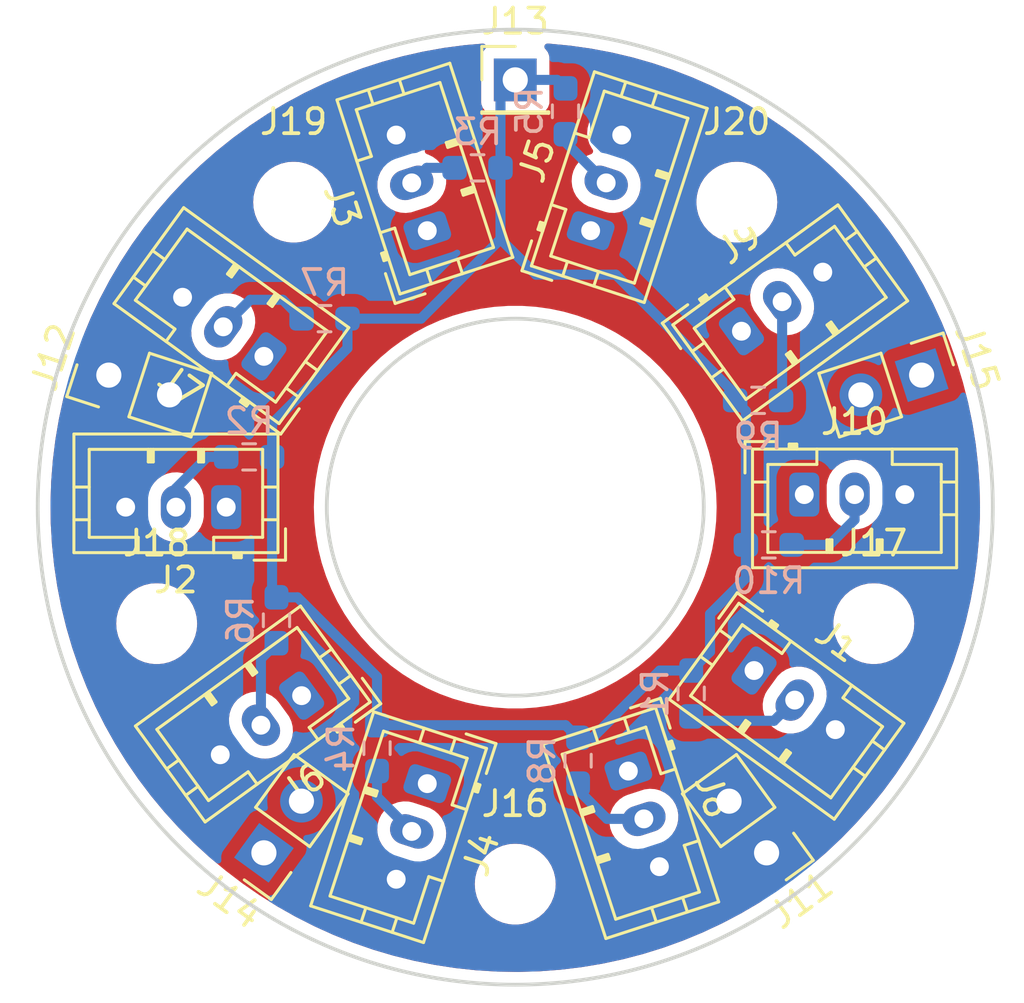
<source format=kicad_pcb>
(kicad_pcb (version 20211014) (generator pcbnew)
  (layers (0 "F.Cu" signal) (31 "B.Cu" signal) (34 "B.Paste" user) (35 "F.Paste" user) (36 "B.SilkS" user "B.Silkscreen") (37 "F.SilkS" user "F.Silkscreen") (38 "B.Mask" user) (39 "F.Mask" user) (44 "Edge.Cuts" user))
  (net 0 "")
  (net 1 "+5V")
  (net 2 "Net-(J1-Pad2)")
  (net 3 "GND")
  (net 4 "Net-(J2-Pad2)")
  (net 5 "Net-(J3-Pad2)")
  (net 6 "Net-(J4-Pad2)")
  (net 7 "Net-(J5-Pad2)")
  (net 8 "Net-(J6-Pad2)")
  (net 9 "Net-(J7-Pad2)")
  (net 10 "Net-(J8-Pad2)")
  (net 11 "Net-(J9-Pad2)")
  (net 12 "Net-(J10-Pad2)")
  (net 13 "NEO")
  (footprint "Connector_JST:JST_PH_B3B-PH-K_1x03_P2.00mm_Vertical" (layer "F.Cu") (at 109.5 106.5 -36)
    (fp_text reference "J1" (at 2 -2.9 144) (layer "F.SilkS"))
    (fp_text value "Conn_01x03")
    (fp_line (start -2.06 -1.81) (end -2.06 2.91) (layer "F.SilkS") (width 0.12))
    (fp_line (start -0.3 -1.91) (end -0.6 -1.91) (layer "F.SilkS") (width 0.12))
    (fp_line (start 0.5 -1.81) (end 0.5 -1.2) (layer "F.SilkS") (width 0.12))
    (fp_line (start 6.06 2.91) (end 6.06 -1.81) (layer "F.SilkS") (width 0.12))
    (fp_line (start 0.9 2.3) (end 0.9 1.8) (layer "F.SilkS") (width 0.12))
    (fp_line (start 2.9 2.3) (end 2.9 1.8) (layer "F.SilkS") (width 0.12))
    (fp_line (start 2.9 1.8) (end 3.1 1.8) (layer "F.SilkS") (width 0.12))
    (fp_line (start 5.45 -1.2) (end 3.5 -1.2) (layer "F.SilkS") (width 0.12))
    (fp_line (start -0.6 -2.01) (end -0.6 -1.81) (layer "F.SilkS") (width 0.12))
    (fp_line (start 6.06 -1.81) (end -2.06 -1.81) (layer "F.SilkS") (width 0.12))
    (fp_line (start -1.45 -1.2) (end -1.45 2.3) (layer "F.SilkS") (width 0.12))
    (fp_line (start -0.3 -1.81) (end -0.3 -2.01) (layer "F.SilkS") (width 0.12))
    (fp_line (start 0.5 -1.2) (end -1.45 -1.2) (layer "F.SilkS") (width 0.12))
    (fp_line (start 3 2.3) (end 3 1.8) (layer "F.SilkS") (width 0.12))
    (fp_line (start -2.06 2.91) (end 6.06 2.91) (layer "F.SilkS") (width 0.12))
    (fp_line (start 1 2.3) (end 1 1.8) (layer "F.SilkS") (width 0.12))
    (fp_line (start 3.1 1.8) (end 3.1 2.3) (layer "F.SilkS") (width 0.12))
    (fp_line (start -2.06 -0.5) (end -1.45 -0.5) (layer "F.SilkS") (width 0.12))
    (fp_line (start -2.06 0.8) (end -1.45 0.8) (layer "F.SilkS") (width 0.12))
    (fp_line (start 0.9 1.8) (end 1.1 1.8) (layer "F.SilkS") (width 0.12))
    (fp_line (start -1.11 -2.11) (end -2.36 -2.11) (layer "F.SilkS") (width 0.12))
    (fp_line (start 3.5 -1.2) (end 3.5 -1.81) (layer "F.SilkS") (width 0.12))
    (fp_line (start -2.36 -2.11) (end -2.36 -0.86) (layer "F.SilkS") (width 0.12))
    (fp_line (start 6.06 0.8) (end 5.45 0.8) (layer "F.SilkS") (width 0.12))
    (fp_line (start 6.06 -0.5) (end 5.45 -0.5) (layer "F.SilkS") (width 0.12))
    (fp_line (start 1.1 1.8) (end 1.1 2.3) (layer "F.SilkS") (width 0.12))
    (fp_line (start -0.3 -2.01) (end -0.6 -2.01) (layer "F.SilkS") (width 0.12))
    (fp_line (start -1.45 2.3) (end 5.45 2.3) (layer "F.SilkS") (width 0.12))
    (fp_line (start 5.45 2.3) (end 5.45 -1.2) (layer "F.SilkS") (width 0.12))
    (pad "1" thru_hole roundrect locked (at 0 0 324) (size 1.2 1.75) (drill 0.75) (layers *.Cu *.Mask) (roundrect_rratio 0.208333) (net 3 "GND"))
    (pad "2" thru_hole oval locked (at 2 0 324) (size 1.2 1.75) (drill 0.75) (layers *.Cu *.Mask) (net 2 "Net-(J1-Pad2)"))
    (pad "3" thru_hole oval locked (at 4 0 324) (size 1.2 1.75) (drill 0.75) (layers *.Cu *.Mask) (net 1 "+5V"))
  )
  (footprint "Connector_JST:JST_PH_B3B-PH-K_1x03_P2.00mm_Vertical" (layer "F.Cu") (at 88.5 100 180)
    (fp_text reference "J2" (at 2 -2.9) (layer "F.SilkS"))
    (fp_text value "Conn_01x03")
    (fp_line (start -1.45 2.3) (end 5.45 2.3) (layer "F.SilkS") (width 0.12))
    (fp_line (start 5.45 -1.2) (end 3.5 -1.2) (layer "F.SilkS") (width 0.12))
    (fp_line (start -2.06 -1.81) (end -2.06 2.91) (layer "F.SilkS") (width 0.12))
    (fp_line (start 3.5 -1.2) (end 3.5 -1.81) (layer "F.SilkS") (width 0.12))
    (fp_line (start -0.6 -2.01) (end -0.6 -1.81) (layer "F.SilkS") (width 0.12))
    (fp_line (start 5.45 2.3) (end 5.45 -1.2) (layer "F.SilkS") (width 0.12))
    (fp_line (start 6.06 -0.5) (end 5.45 -0.5) (layer "F.SilkS") (width 0.12))
    (fp_line (start -2.06 -0.5) (end -1.45 -0.5) (layer "F.SilkS") (width 0.12))
    (fp_line (start 1.1 1.8) (end 1.1 2.3) (layer "F.SilkS") (width 0.12))
    (fp_line (start -0.3 -1.81) (end -0.3 -2.01) (layer "F.SilkS") (width 0.12))
    (fp_line (start 2.9 2.3) (end 2.9 1.8) (layer "F.SilkS") (width 0.12))
    (fp_line (start 0.9 1.8) (end 1.1 1.8) (layer "F.SilkS") (width 0.12))
    (fp_line (start 2.9 1.8) (end 3.1 1.8) (layer "F.SilkS") (width 0.12))
    (fp_line (start 0.9 2.3) (end 0.9 1.8) (layer "F.SilkS") (width 0.12))
    (fp_line (start -0.3 -1.91) (end -0.6 -1.91) (layer "F.SilkS") (width 0.12))
    (fp_line (start 6.06 0.8) (end 5.45 0.8) (layer "F.SilkS") (width 0.12))
    (fp_line (start 0.5 -1.81) (end 0.5 -1.2) (layer "F.SilkS") (width 0.12))
    (fp_line (start -0.3 -2.01) (end -0.6 -2.01) (layer "F.SilkS") (width 0.12))
    (fp_line (start 6.06 2.91) (end 6.06 -1.81) (layer "F.SilkS") (width 0.12))
    (fp_line (start -2.06 0.8) (end -1.45 0.8) (layer "F.SilkS") (width 0.12))
    (fp_line (start 1 2.3) (end 1 1.8) (layer "F.SilkS") (width 0.12))
    (fp_line (start 3.1 1.8) (end 3.1 2.3) (layer "F.SilkS") (width 0.12))
    (fp_line (start 0.5 -1.2) (end -1.45 -1.2) (layer "F.SilkS") (width 0.12))
    (fp_line (start -1.45 -1.2) (end -1.45 2.3) (layer "F.SilkS") (width 0.12))
    (fp_line (start -2.06 2.91) (end 6.06 2.91) (layer "F.SilkS") (width 0.12))
    (fp_line (start -1.11 -2.11) (end -2.36 -2.11) (layer "F.SilkS") (width 0.12))
    (fp_line (start -2.36 -2.11) (end -2.36 -0.86) (layer "F.SilkS") (width 0.12))
    (fp_line (start 6.06 -1.81) (end -2.06 -1.81) (layer "F.SilkS") (width 0.12))
    (fp_line (start 3 2.3) (end 3 1.8) (layer "F.SilkS") (width 0.12))
    (pad "1" thru_hole roundrect locked (at 0 0 180) (size 1.2 1.75) (drill 0.75) (layers *.Cu *.Mask) (roundrect_rratio 0.208333) (net 3 "GND"))
    (pad "2" thru_hole oval locked (at 2 0 180) (size 1.2 1.75) (drill 0.75) (layers *.Cu *.Mask) (net 4 "Net-(J2-Pad2)"))
    (pad "3" thru_hole oval locked (at 4 0 180) (size 1.2 1.75) (drill 0.75) (layers *.Cu *.Mask) (net 1 "+5V"))
  )
  (footprint "Connector_JST:JST_PH_B3B-PH-K_1x03_P2.00mm_Vertical" (layer "F.Cu") (at 96.5 89 108)
    (fp_text reference "J3" (at 2 -2.9 108) (layer "F.SilkS"))
    (fp_text value "Conn_01x03")
    (fp_line (start -2.06 2.91) (end 6.06 2.91) (layer "F.SilkS") (width 0.12))
    (fp_line (start 6.06 0.8) (end 5.45 0.8) (layer "F.SilkS") (width 0.12))
    (fp_line (start 2.9 2.3) (end 2.9 1.8) (layer "F.SilkS") (width 0.12))
    (fp_line (start -2.06 0.8) (end -1.45 0.8) (layer "F.SilkS") (width 0.12))
    (fp_line (start 6.06 2.91) (end 6.06 -1.81) (layer "F.SilkS") (width 0.12))
    (fp_line (start 1.1 1.8) (end 1.1 2.3) (layer "F.SilkS") (width 0.12))
    (fp_line (start -1.11 -2.11) (end -2.36 -2.11) (layer "F.SilkS") (width 0.12))
    (fp_line (start -0.3 -1.91) (end -0.6 -1.91) (layer "F.SilkS") (width 0.12))
    (fp_line (start 5.45 2.3) (end 5.45 -1.2) (layer "F.SilkS") (width 0.12))
    (fp_line (start 0.5 -1.2) (end -1.45 -1.2) (layer "F.SilkS") (width 0.12))
    (fp_line (start -0.6 -2.01) (end -0.6 -1.81) (layer "F.SilkS") (width 0.12))
    (fp_line (start 2.9 1.8) (end 3.1 1.8) (layer "F.SilkS") (width 0.12))
    (fp_line (start -2.36 -2.11) (end -2.36 -0.86) (layer "F.SilkS") (width 0.12))
    (fp_line (start 6.06 -0.5) (end 5.45 -0.5) (layer "F.SilkS") (width 0.12))
    (fp_line (start 0.9 2.3) (end 0.9 1.8) (layer "F.SilkS") (width 0.12))
    (fp_line (start 3.5 -1.2) (end 3.5 -1.81) (layer "F.SilkS") (width 0.12))
    (fp_line (start -2.06 -0.5) (end -1.45 -0.5) (layer "F.SilkS") (width 0.12))
    (fp_line (start -1.45 -1.2) (end -1.45 2.3) (layer "F.SilkS") (width 0.12))
    (fp_line (start 1 2.3) (end 1 1.8) (layer "F.SilkS") (width 0.12))
    (fp_line (start 0.9 1.8) (end 1.1 1.8) (layer "F.SilkS") (width 0.12))
    (fp_line (start 3 2.3) (end 3 1.8) (layer "F.SilkS") (width 0.12))
    (fp_line (start -2.06 -1.81) (end -2.06 2.91) (layer "F.SilkS") (width 0.12))
    (fp_line (start 5.45 -1.2) (end 3.5 -1.2) (layer "F.SilkS") (width 0.12))
    (fp_line (start 3.1 1.8) (end 3.1 2.3) (layer "F.SilkS") (width 0.12))
    (fp_line (start -1.45 2.3) (end 5.45 2.3) (layer "F.SilkS") (width 0.12))
    (fp_line (start -0.3 -1.81) (end -0.3 -2.01) (layer "F.SilkS") (width 0.12))
    (fp_line (start 6.06 -1.81) (end -2.06 -1.81) (layer "F.SilkS") (width 0.12))
    (fp_line (start -0.3 -2.01) (end -0.6 -2.01) (layer "F.SilkS") (width 0.12))
    (fp_line (start 0.5 -1.81) (end 0.5 -1.2) (layer "F.SilkS") (width 0.12))
    (pad "1" thru_hole roundrect locked (at 0 0 108) (size 1.2 1.75) (drill 0.75) (layers *.Cu *.Mask) (roundrect_rratio 0.208333) (net 3 "GND"))
    (pad "2" thru_hole oval locked (at 2 0 108) (size 1.2 1.75) (drill 0.75) (layers *.Cu *.Mask) (net 5 "Net-(J3-Pad2)"))
    (pad "3" thru_hole oval locked (at 4 0 108) (size 1.2 1.75) (drill 0.75) (layers *.Cu *.Mask) (net 1 "+5V"))
  )
  (footprint "Connector_JST:JST_PH_B3B-PH-K_1x03_P2.00mm_Vertical" (layer "F.Cu") (at 96.5 111 -108)
    (fp_text reference "J4" (at 2 -2.9 72) (layer "F.SilkS"))
    (fp_text value "Conn_01x03")
    (fp_line (start -1.11 -2.11) (end -2.36 -2.11) (layer "F.SilkS") (width 0.12))
    (fp_line (start 6.06 -1.81) (end -2.06 -1.81) (layer "F.SilkS") (width 0.12))
    (fp_line (start 6.06 -0.5) (end 5.45 -0.5) (layer "F.SilkS") (width 0.12))
    (fp_line (start -0.3 -1.91) (end -0.6 -1.91) (layer "F.SilkS") (width 0.12))
    (fp_line (start 2.9 2.3) (end 2.9 1.8) (layer "F.SilkS") (width 0.12))
    (fp_line (start -0.3 -2.01) (end -0.6 -2.01) (layer "F.SilkS") (width 0.12))
    (fp_line (start -2.06 2.91) (end 6.06 2.91) (layer "F.SilkS") (width 0.12))
    (fp_line (start -0.3 -1.81) (end -0.3 -2.01) (layer "F.SilkS") (width 0.12))
    (fp_line (start -1.45 2.3) (end 5.45 2.3) (layer "F.SilkS") (width 0.12))
    (fp_line (start -2.06 0.8) (end -1.45 0.8) (layer "F.SilkS") (width 0.12))
    (fp_line (start -1.45 -1.2) (end -1.45 2.3) (layer "F.SilkS") (width 0.12))
    (fp_line (start -0.6 -2.01) (end -0.6 -1.81) (layer "F.SilkS") (width 0.12))
    (fp_line (start 0.9 1.8) (end 1.1 1.8) (layer "F.SilkS") (width 0.12))
    (fp_line (start 0.5 -1.81) (end 0.5 -1.2) (layer "F.SilkS") (width 0.12))
    (fp_line (start 6.06 0.8) (end 5.45 0.8) (layer "F.SilkS") (width 0.12))
    (fp_line (start 3.5 -1.2) (end 3.5 -1.81) (layer "F.SilkS") (width 0.12))
    (fp_line (start 1.1 1.8) (end 1.1 2.3) (layer "F.SilkS") (width 0.12))
    (fp_line (start 1 2.3) (end 1 1.8) (layer "F.SilkS") (width 0.12))
    (fp_line (start 5.45 -1.2) (end 3.5 -1.2) (layer "F.SilkS") (width 0.12))
    (fp_line (start 0.5 -1.2) (end -1.45 -1.2) (layer "F.SilkS") (width 0.12))
    (fp_line (start 2.9 1.8) (end 3.1 1.8) (layer "F.SilkS") (width 0.12))
    (fp_line (start -2.06 -1.81) (end -2.06 2.91) (layer "F.SilkS") (width 0.12))
    (fp_line (start -2.36 -2.11) (end -2.36 -0.86) (layer "F.SilkS") (width 0.12))
    (fp_line (start 5.45 2.3) (end 5.45 -1.2) (layer "F.SilkS") (width 0.12))
    (fp_line (start 0.9 2.3) (end 0.9 1.8) (layer "F.SilkS") (width 0.12))
    (fp_line (start 6.06 2.91) (end 6.06 -1.81) (layer "F.SilkS") (width 0.12))
    (fp_line (start 3.1 1.8) (end 3.1 2.3) (layer "F.SilkS") (width 0.12))
    (fp_line (start -2.06 -0.5) (end -1.45 -0.5) (layer "F.SilkS") (width 0.12))
    (fp_line (start 3 2.3) (end 3 1.8) (layer "F.SilkS") (width 0.12))
    (pad "1" thru_hole roundrect locked (at 0 0 252) (size 1.2 1.75) (drill 0.75) (layers *.Cu *.Mask) (roundrect_rratio 0.208333) (net 3 "GND"))
    (pad "2" thru_hole oval locked (at 2 0 252) (size 1.2 1.75) (drill 0.75) (layers *.Cu *.Mask) (net 6 "Net-(J4-Pad2)"))
    (pad "3" thru_hole oval locked (at 4 0 252) (size 1.2 1.75) (drill 0.75) (layers *.Cu *.Mask) (net 1 "+5V"))
  )
  (footprint "Connector_JST:JST_PH_B3B-PH-K_1x03_P2.00mm_Vertical" (layer "F.Cu") (at 103 89 72)
    (fp_text reference "J5" (at 2 -2.9 72) (layer "F.SilkS"))
    (fp_text value "Conn_01x03")
    (fp_line (start -0.6 -2.01) (end -0.6 -1.81) (layer "F.SilkS") (width 0.12))
    (fp_line (start -0.3 -2.01) (end -0.6 -2.01) (layer "F.SilkS") (width 0.12))
    (fp_line (start 5.45 2.3) (end 5.45 -1.2) (layer "F.SilkS") (width 0.12))
    (fp_line (start 2.9 2.3) (end 2.9 1.8) (layer "F.SilkS") (width 0.12))
    (fp_line (start -0.3 -1.91) (end -0.6 -1.91) (layer "F.SilkS") (width 0.12))
    (fp_line (start 6.06 -1.81) (end -2.06 -1.81) (layer "F.SilkS") (width 0.12))
    (fp_line (start 6.06 -0.5) (end 5.45 -0.5) (layer "F.SilkS") (width 0.12))
    (fp_line (start 1.1 1.8) (end 1.1 2.3) (layer "F.SilkS") (width 0.12))
    (fp_line (start -0.3 -1.81) (end -0.3 -2.01) (layer "F.SilkS") (width 0.12))
    (fp_line (start 3.1 1.8) (end 3.1 2.3) (layer "F.SilkS") (width 0.12))
    (fp_line (start -1.45 2.3) (end 5.45 2.3) (layer "F.SilkS") (width 0.12))
    (fp_line (start -1.11 -2.11) (end -2.36 -2.11) (layer "F.SilkS") (width 0.12))
    (fp_line (start 1 2.3) (end 1 1.8) (layer "F.SilkS") (width 0.12))
    (fp_line (start 0.9 2.3) (end 0.9 1.8) (layer "F.SilkS") (width 0.12))
    (fp_line (start 6.06 2.91) (end 6.06 -1.81) (layer "F.SilkS") (width 0.12))
    (fp_line (start -2.06 -0.5) (end -1.45 -0.5) (layer "F.SilkS") (width 0.12))
    (fp_line (start 0.9 1.8) (end 1.1 1.8) (layer "F.SilkS") (width 0.12))
    (fp_line (start 2.9 1.8) (end 3.1 1.8) (layer "F.SilkS") (width 0.12))
    (fp_line (start -2.06 0.8) (end -1.45 0.8) (layer "F.SilkS") (width 0.12))
    (fp_line (start 3 2.3) (end 3 1.8) (layer "F.SilkS") (width 0.12))
    (fp_line (start -2.36 -2.11) (end -2.36 -0.86) (layer "F.SilkS") (width 0.12))
    (fp_line (start 6.06 0.8) (end 5.45 0.8) (layer "F.SilkS") (width 0.12))
    (fp_line (start 3.5 -1.2) (end 3.5 -1.81) (layer "F.SilkS") (width 0.12))
    (fp_line (start -2.06 2.91) (end 6.06 2.91) (layer "F.SilkS") (width 0.12))
    (fp_line (start 5.45 -1.2) (end 3.5 -1.2) (layer "F.SilkS") (width 0.12))
    (fp_line (start -2.06 -1.81) (end -2.06 2.91) (layer "F.SilkS") (width 0.12))
    (fp_line (start 0.5 -1.81) (end 0.5 -1.2) (layer "F.SilkS") (width 0.12))
    (fp_line (start -1.45 -1.2) (end -1.45 2.3) (layer "F.SilkS") (width 0.12))
    (fp_line (start 0.5 -1.2) (end -1.45 -1.2) (layer "F.SilkS") (width 0.12))
    (pad "1" thru_hole roundrect locked (at 0 0 72) (size 1.2 1.75) (drill 0.75) (layers *.Cu *.Mask) (roundrect_rratio 0.208333) (net 3 "GND"))
    (pad "2" thru_hole oval locked (at 2 0 72) (size 1.2 1.75) (drill 0.75) (layers *.Cu *.Mask) (net 7 "Net-(J5-Pad2)"))
    (pad "3" thru_hole oval locked (at 4 0 72) (size 1.2 1.75) (drill 0.75) (layers *.Cu *.Mask) (net 1 "+5V"))
  )
  (footprint "Connector_JST:JST_PH_B3B-PH-K_1x03_P2.00mm_Vertical" (layer "F.Cu") (at 91.5 107.5 -144)
    (fp_text reference "J6" (at 2 -2.9 36) (layer "F.SilkS"))
    (fp_text value "Conn_01x03")
    (fp_line (start 2.9 2.3) (end 2.9 1.8) (layer "F.SilkS") (width 0.12))
    (fp_line (start -0.3 -1.91) (end -0.6 -1.91) (layer "F.SilkS") (width 0.12))
    (fp_line (start -1.45 2.3) (end 5.45 2.3) (layer "F.SilkS") (width 0.12))
    (fp_line (start -0.6 -2.01) (end -0.6 -1.81) (layer "F.SilkS") (width 0.12))
    (fp_line (start 6.06 -0.5) (end 5.45 -0.5) (layer "F.SilkS") (width 0.12))
    (fp_line (start 2.9 1.8) (end 3.1 1.8) (layer "F.SilkS") (width 0.12))
    (fp_line (start 6.06 -1.81) (end -2.06 -1.81) (layer "F.SilkS") (width 0.12))
    (fp_line (start 1.1 1.8) (end 1.1 2.3) (layer "F.SilkS") (width 0.12))
    (fp_line (start 0.9 2.3) (end 0.9 1.8) (layer "F.SilkS") (width 0.12))
    (fp_line (start 0.9 1.8) (end 1.1 1.8) (layer "F.SilkS") (width 0.12))
    (fp_line (start -1.45 -1.2) (end -1.45 2.3) (layer "F.SilkS") (width 0.12))
    (fp_line (start -2.06 0.8) (end -1.45 0.8) (layer "F.SilkS") (width 0.12))
    (fp_line (start 5.45 2.3) (end 5.45 -1.2) (layer "F.SilkS") (width 0.12))
    (fp_line (start 5.45 -1.2) (end 3.5 -1.2) (layer "F.SilkS") (width 0.12))
    (fp_line (start 0.5 -1.2) (end -1.45 -1.2) (layer "F.SilkS") (width 0.12))
    (fp_line (start 6.06 2.91) (end 6.06 -1.81) (layer "F.SilkS") (width 0.12))
    (fp_line (start -0.3 -1.81) (end -0.3 -2.01) (layer "F.SilkS") (width 0.12))
    (fp_line (start 3.5 -1.2) (end 3.5 -1.81) (layer "F.SilkS") (width 0.12))
    (fp_line (start 3.1 1.8) (end 3.1 2.3) (layer "F.SilkS") (width 0.12))
    (fp_line (start -2.06 -0.5) (end -1.45 -0.5) (layer "F.SilkS") (width 0.12))
    (fp_line (start 0.5 -1.81) (end 0.5 -1.2) (layer "F.SilkS") (width 0.12))
    (fp_line (start -1.11 -2.11) (end -2.36 -2.11) (layer "F.SilkS") (width 0.12))
    (fp_line (start -2.36 -2.11) (end -2.36 -0.86) (layer "F.SilkS") (width 0.12))
    (fp_line (start 3 2.3) (end 3 1.8) (layer "F.SilkS") (width 0.12))
    (fp_line (start -0.3 -2.01) (end -0.6 -2.01) (layer "F.SilkS") (width 0.12))
    (fp_line (start -2.06 2.91) (end 6.06 2.91) (layer "F.SilkS") (width 0.12))
    (fp_line (start 6.06 0.8) (end 5.45 0.8) (layer "F.SilkS") (width 0.12))
    (fp_line (start -2.06 -1.81) (end -2.06 2.91) (layer "F.SilkS") (width 0.12))
    (fp_line (start 1 2.3) (end 1 1.8) (layer "F.SilkS") (width 0.12))
    (pad "1" thru_hole roundrect locked (at 0 0 216) (size 1.2 1.75) (drill 0.75) (layers *.Cu *.Mask) (roundrect_rratio 0.208333) (net 3 "GND"))
    (pad "2" thru_hole oval locked (at 2 0 216) (size 1.2 1.75) (drill 0.75) (layers *.Cu *.Mask) (net 8 "Net-(J6-Pad2)"))
    (pad "3" thru_hole oval locked (at 4 0 216) (size 1.2 1.75) (drill 0.75) (layers *.Cu *.Mask) (net 1 "+5V"))
  )
  (footprint "Connector_JST:JST_PH_B3B-PH-K_1x03_P2.00mm_Vertical" (layer "F.Cu") (at 90 94 144)
    (fp_text reference "J7" (at 2 -2.9 144) (layer "F.SilkS"))
    (fp_text value "Conn_01x03")
    (fp_line (start 6.06 -0.5) (end 5.45 -0.5) (layer "F.SilkS") (width 0.12))
    (fp_line (start -1.11 -2.11) (end -2.36 -2.11) (layer "F.SilkS") (width 0.12))
    (fp_line (start -0.6 -2.01) (end -0.6 -1.81) (layer "F.SilkS") (width 0.12))
    (fp_line (start 0.9 1.8) (end 1.1 1.8) (layer "F.SilkS") (width 0.12))
    (fp_line (start 6.06 0.8) (end 5.45 0.8) (layer "F.SilkS") (width 0.12))
    (fp_line (start 5.45 2.3) (end 5.45 -1.2) (layer "F.SilkS") (width 0.12))
    (fp_line (start 1 2.3) (end 1 1.8) (layer "F.SilkS") (width 0.12))
    (fp_line (start 2.9 1.8) (end 3.1 1.8) (layer "F.SilkS") (width 0.12))
    (fp_line (start -2.06 0.8) (end -1.45 0.8) (layer "F.SilkS") (width 0.12))
    (fp_line (start -1.45 -1.2) (end -1.45 2.3) (layer "F.SilkS") (width 0.12))
    (fp_line (start 5.45 -1.2) (end 3.5 -1.2) (layer "F.SilkS") (width 0.12))
    (fp_line (start 6.06 -1.81) (end -2.06 -1.81) (layer "F.SilkS") (width 0.12))
    (fp_line (start -2.06 -1.81) (end -2.06 2.91) (layer "F.SilkS") (width 0.12))
    (fp_line (start 6.06 2.91) (end 6.06 -1.81) (layer "F.SilkS") (width 0.12))
    (fp_line (start 3 2.3) (end 3 1.8) (layer "F.SilkS") (width 0.12))
    (fp_line (start 0.5 -1.2) (end -1.45 -1.2) (layer "F.SilkS") (width 0.12))
    (fp_line (start 0.5 -1.81) (end 0.5 -1.2) (layer "F.SilkS") (width 0.12))
    (fp_line (start -0.3 -1.91) (end -0.6 -1.91) (layer "F.SilkS") (width 0.12))
    (fp_line (start -2.06 2.91) (end 6.06 2.91) (layer "F.SilkS") (width 0.12))
    (fp_line (start 3.1 1.8) (end 3.1 2.3) (layer "F.SilkS") (width 0.12))
    (fp_line (start -0.3 -2.01) (end -0.6 -2.01) (layer "F.SilkS") (width 0.12))
    (fp_line (start 2.9 2.3) (end 2.9 1.8) (layer "F.SilkS") (width 0.12))
    (fp_line (start -2.06 -0.5) (end -1.45 -0.5) (layer "F.SilkS") (width 0.12))
    (fp_line (start -2.36 -2.11) (end -2.36 -0.86) (layer "F.SilkS") (width 0.12))
    (fp_line (start 0.9 2.3) (end 0.9 1.8) (layer "F.SilkS") (width 0.12))
    (fp_line (start -0.3 -1.81) (end -0.3 -2.01) (layer "F.SilkS") (width 0.12))
    (fp_line (start 3.5 -1.2) (end 3.5 -1.81) (layer "F.SilkS") (width 0.12))
    (fp_line (start 1.1 1.8) (end 1.1 2.3) (layer "F.SilkS") (width 0.12))
    (fp_line (start -1.45 2.3) (end 5.45 2.3) (layer "F.SilkS") (width 0.12))
    (pad "1" thru_hole roundrect locked (at 0 0 144) (size 1.2 1.75) (drill 0.75) (layers *.Cu *.Mask) (roundrect_rratio 0.208333) (net 3 "GND"))
    (pad "2" thru_hole oval locked (at 2 0 144) (size 1.2 1.75) (drill 0.75) (layers *.Cu *.Mask) (net 9 "Net-(J7-Pad2)"))
    (pad "3" thru_hole oval locked (at 4 0 144) (size 1.2 1.75) (drill 0.75) (layers *.Cu *.Mask) (net 1 "+5V"))
  )
  (footprint "Connector_JST:JST_PH_B3B-PH-K_1x03_P2.00mm_Vertical" (layer "F.Cu") (at 104.5 110.5 -72)
    (fp_text reference "J8" (at 2 -2.9 108) (layer "F.SilkS"))
    (fp_text value "Conn_01x03")
    (fp_line (start -2.36 -2.11) (end -2.36 -0.86) (layer "F.SilkS") (width 0.12))
    (fp_line (start 6.06 2.91) (end 6.06 -1.81) (layer "F.SilkS") (width 0.12))
    (fp_line (start 3 2.3) (end 3 1.8) (layer "F.SilkS") (width 0.12))
    (fp_line (start -1.11 -2.11) (end -2.36 -2.11) (layer "F.SilkS") (width 0.12))
    (fp_line (start -1.45 -1.2) (end -1.45 2.3) (layer "F.SilkS") (width 0.12))
    (fp_line (start 1 2.3) (end 1 1.8) (layer "F.SilkS") (width 0.12))
    (fp_line (start 3.5 -1.2) (end 3.5 -1.81) (layer "F.SilkS") (width 0.12))
    (fp_line (start 0.5 -1.81) (end 0.5 -1.2) (layer "F.SilkS") (width 0.12))
    (fp_line (start -0.3 -2.01) (end -0.6 -2.01) (layer "F.SilkS") (width 0.12))
    (fp_line (start -2.06 2.91) (end 6.06 2.91) (layer "F.SilkS") (width 0.12))
    (fp_line (start 2.9 1.8) (end 3.1 1.8) (layer "F.SilkS") (width 0.12))
    (fp_line (start 2.9 2.3) (end 2.9 1.8) (layer "F.SilkS") (width 0.12))
    (fp_line (start 3.1 1.8) (end 3.1 2.3) (layer "F.SilkS") (width 0.12))
    (fp_line (start -2.06 -1.81) (end -2.06 2.91) (layer "F.SilkS") (width 0.12))
    (fp_line (start -0.6 -2.01) (end -0.6 -1.81) (layer "F.SilkS") (width 0.12))
    (fp_line (start 1.1 1.8) (end 1.1 2.3) (layer "F.SilkS") (width 0.12))
    (fp_line (start -2.06 -0.5) (end -1.45 -0.5) (layer "F.SilkS") (width 0.12))
    (fp_line (start -1.45 2.3) (end 5.45 2.3) (layer "F.SilkS") (width 0.12))
    (fp_line (start 6.06 0.8) (end 5.45 0.8) (layer "F.SilkS") (width 0.12))
    (fp_line (start 5.45 2.3) (end 5.45 -1.2) (layer "F.SilkS") (width 0.12))
    (fp_line (start -0.3 -1.91) (end -0.6 -1.91) (layer "F.SilkS") (width 0.12))
    (fp_line (start 5.45 -1.2) (end 3.5 -1.2) (layer "F.SilkS") (width 0.12))
    (fp_line (start 0.5 -1.2) (end -1.45 -1.2) (layer "F.SilkS") (width 0.12))
    (fp_line (start 0.9 2.3) (end 0.9 1.8) (layer "F.SilkS") (width 0.12))
    (fp_line (start 6.06 -1.81) (end -2.06 -1.81) (layer "F.SilkS") (width 0.12))
    (fp_line (start 6.06 -0.5) (end 5.45 -0.5) (layer "F.SilkS") (width 0.12))
    (fp_line (start 0.9 1.8) (end 1.1 1.8) (layer "F.SilkS") (width 0.12))
    (fp_line (start -0.3 -1.81) (end -0.3 -2.01) (layer "F.SilkS") (width 0.12))
    (fp_line (start -2.06 0.8) (end -1.45 0.8) (layer "F.SilkS") (width 0.12))
    (pad "1" thru_hole roundrect locked (at 0 0 288) (size 1.2 1.75) (drill 0.75) (layers *.Cu *.Mask) (roundrect_rratio 0.208333) (net 3 "GND"))
    (pad "2" thru_hole oval locked (at 2 0 288) (size 1.2 1.75) (drill 0.75) (layers *.Cu *.Mask) (net 10 "Net-(J8-Pad2)"))
    (pad "3" thru_hole oval locked (at 4 0 288) (size 1.2 1.75) (drill 0.75) (layers *.Cu *.Mask) (net 1 "+5V"))
  )
  (footprint "Connector_JST:JST_PH_B3B-PH-K_1x03_P2.00mm_Vertical" (layer "F.Cu") (at 109 93 36)
    (fp_text reference "J9" (at 2 -2.9 36) (layer "F.SilkS"))
    (fp_text value "Conn_01x03")
    (fp_line (start -0.6 -2.01) (end -0.6 -1.81) (layer "F.SilkS") (width 0.12))
    (fp_line (start -1.11 -2.11) (end -2.36 -2.11) (layer "F.SilkS") (width 0.12))
    (fp_line (start 3.1 1.8) (end 3.1 2.3) (layer "F.SilkS") (width 0.12))
    (fp_line (start -0.3 -1.81) (end -0.3 -2.01) (layer "F.SilkS") (width 0.12))
    (fp_line (start 6.06 -0.5) (end 5.45 -0.5) (layer "F.SilkS") (width 0.12))
    (fp_line (start -2.06 -1.81) (end -2.06 2.91) (layer "F.SilkS") (width 0.12))
    (fp_line (start 3.5 -1.2) (end 3.5 -1.81) (layer "F.SilkS") (width 0.12))
    (fp_line (start 2.9 2.3) (end 2.9 1.8) (layer "F.SilkS") (width 0.12))
    (fp_line (start 6.06 -1.81) (end -2.06 -1.81) (layer "F.SilkS") (width 0.12))
    (fp_line (start 6.06 2.91) (end 6.06 -1.81) (layer "F.SilkS") (width 0.12))
    (fp_line (start -0.3 -2.01) (end -0.6 -2.01) (layer "F.SilkS") (width 0.12))
    (fp_line (start 5.45 2.3) (end 5.45 -1.2) (layer "F.SilkS") (width 0.12))
    (fp_line (start 6.06 0.8) (end 5.45 0.8) (layer "F.SilkS") (width 0.12))
    (fp_line (start 1 2.3) (end 1 1.8) (layer "F.SilkS") (width 0.12))
    (fp_line (start -1.45 2.3) (end 5.45 2.3) (layer "F.SilkS") (width 0.12))
    (fp_line (start -2.06 0.8) (end -1.45 0.8) (layer "F.SilkS") (width 0.12))
    (fp_line (start 0.9 1.8) (end 1.1 1.8) (layer "F.SilkS") (width 0.12))
    (fp_line (start -0.3 -1.91) (end -0.6 -1.91) (layer "F.SilkS") (width 0.12))
    (fp_line (start 1.1 1.8) (end 1.1 2.3) (layer "F.SilkS") (width 0.12))
    (fp_line (start 0.5 -1.81) (end 0.5 -1.2) (layer "F.SilkS") (width 0.12))
    (fp_line (start -1.45 -1.2) (end -1.45 2.3) (layer "F.SilkS") (width 0.12))
    (fp_line (start 2.9 1.8) (end 3.1 1.8) (layer "F.SilkS") (width 0.12))
    (fp_line (start 5.45 -1.2) (end 3.5 -1.2) (layer "F.SilkS") (width 0.12))
    (fp_line (start -2.36 -2.11) (end -2.36 -0.86) (layer "F.SilkS") (width 0.12))
    (fp_line (start 0.5 -1.2) (end -1.45 -1.2) (layer "F.SilkS") (width 0.12))
    (fp_line (start 3 2.3) (end 3 1.8) (layer "F.SilkS") (width 0.12))
    (fp_line (start -2.06 -0.5) (end -1.45 -0.5) (layer "F.SilkS") (width 0.12))
    (fp_line (start -2.06 2.91) (end 6.06 2.91) (layer "F.SilkS") (width 0.12))
    (fp_line (start 0.9 2.3) (end 0.9 1.8) (layer "F.SilkS") (width 0.12))
    (pad "1" thru_hole roundrect locked (at 0 0 36) (size 1.2 1.75) (drill 0.75) (layers *.Cu *.Mask) (roundrect_rratio 0.208333) (net 3 "GND"))
    (pad "2" thru_hole oval locked (at 2 0 36) (size 1.2 1.75) (drill 0.75) (layers *.Cu *.Mask) (net 11 "Net-(J9-Pad2)"))
    (pad "3" thru_hole oval locked (at 4 0 36) (size 1.2 1.75) (drill 0.75) (layers *.Cu *.Mask) (net 1 "+5V"))
  )
  (footprint "Connector_JST:JST_PH_B3B-PH-K_1x03_P2.00mm_Vertical" (layer "F.Cu") (at 111.5 99.5)
    (fp_text reference "J10" (at 2 -2.9) (layer "F.SilkS"))
    (fp_text value "Conn_01x03")
    (fp_line (start -0.3 -1.81) (end -0.3 -2.01) (layer "F.SilkS") (width 0.12))
    (fp_line (start 5.45 -1.2) (end 3.5 -1.2) (layer "F.SilkS") (width 0.12))
    (fp_line (start -2.36 -2.11) (end -2.36 -0.86) (layer "F.SilkS") (width 0.12))
    (fp_line (start -1.11 -2.11) (end -2.36 -2.11) (layer "F.SilkS") (width 0.12))
    (fp_line (start 0.5 -1.81) (end 0.5 -1.2) (layer "F.SilkS") (width 0.12))
    (fp_line (start 3.5 -1.2) (end 3.5 -1.81) (layer "F.SilkS") (width 0.12))
    (fp_line (start 0.9 1.8) (end 1.1 1.8) (layer "F.SilkS") (width 0.12))
    (fp_line (start 2.9 2.3) (end 2.9 1.8) (layer "F.SilkS") (width 0.12))
    (fp_line (start -1.45 -1.2) (end -1.45 2.3) (layer "F.SilkS") (width 0.12))
    (fp_line (start 1.1 1.8) (end 1.1 2.3) (layer "F.SilkS") (width 0.12))
    (fp_line (start -2.06 -0.5) (end -1.45 -0.5) (layer "F.SilkS") (width 0.12))
    (fp_line (start 6.06 -1.81) (end -2.06 -1.81) (layer "F.SilkS") (width 0.12))
    (fp_line (start 3.1 1.8) (end 3.1 2.3) (layer "F.SilkS") (width 0.12))
    (fp_line (start 5.45 2.3) (end 5.45 -1.2) (layer "F.SilkS") (width 0.12))
    (fp_line (start -0.3 -2.01) (end -0.6 -2.01) (layer "F.SilkS") (width 0.12))
    (fp_line (start 6.06 0.8) (end 5.45 0.8) (layer "F.SilkS") (width 0.12))
    (fp_line (start 6.06 -0.5) (end 5.45 -0.5) (layer "F.SilkS") (width 0.12))
    (fp_line (start -2.06 0.8) (end -1.45 0.8) (layer "F.SilkS") (width 0.12))
    (fp_line (start -2.06 2.91) (end 6.06 2.91) (layer "F.SilkS") (width 0.12))
    (fp_line (start 2.9 1.8) (end 3.1 1.8) (layer "F.SilkS") (width 0.12))
    (fp_line (start -0.3 -1.91) (end -0.6 -1.91) (layer "F.SilkS") (width 0.12))
    (fp_line (start 3 2.3) (end 3 1.8) (layer "F.SilkS") (width 0.12))
    (fp_line (start -0.6 -2.01) (end -0.6 -1.81) (layer "F.SilkS") (width 0.12))
    (fp_line (start 6.06 2.91) (end 6.06 -1.81) (layer "F.SilkS") (width 0.12))
    (fp_line (start -2.06 -1.81) (end -2.06 2.91) (layer "F.SilkS") (width 0.12))
    (fp_line (start 0.9 2.3) (end 0.9 1.8) (layer "F.SilkS") (width 0.12))
    (fp_line (start 0.5 -1.2) (end -1.45 -1.2) (layer "F.SilkS") (width 0.12))
    (fp_line (start 1 2.3) (end 1 1.8) (layer "F.SilkS") (width 0.12))
    (fp_line (start -1.45 2.3) (end 5.45 2.3) (layer "F.SilkS") (width 0.12))
    (pad "1" thru_hole roundrect locked (at 0 0) (size 1.2 1.75) (drill 0.75) (layers *.Cu *.Mask) (roundrect_rratio 0.208333) (net 3 "GND"))
    (pad "2" thru_hole oval locked (at 2 0) (size 1.2 1.75) (drill 0.75) (layers *.Cu *.Mask) (net 12 "Net-(J10-Pad2)"))
    (pad "3" thru_hole oval locked (at 4 0) (size 1.2 1.75) (drill 0.75) (layers *.Cu *.Mask) (net 1 "+5V"))
  )
  (footprint "MountingHole:MountingHole_2.2mm_M2" (layer "F.Cu") (at 114.266 104.635)
    (fp_text reference "J17" (at 0 -3.2) (layer "F.SilkS"))
    (fp_text value "Conn_01x01")
    (pad "" np_thru_hole circle locked (at 0 0) (size 2.2 2.2) (drill 2.2) (layers *.Cu *.Mask))
  )
  (footprint "MountingHole:MountingHole_2.2mm_M2" (layer "F.Cu") (at 85.734 104.635)
    (fp_text reference "J18" (at 0 -3.2) (layer "F.SilkS"))
    (fp_text value "Conn_01x01")
    (pad "" np_thru_hole circle locked (at 0 0) (size 2.2 2.2) (drill 2.2) (layers *.Cu *.Mask))
  )
  (footprint "MountingHole:MountingHole_2.2mm_M2" (layer "F.Cu") (at 91.183 87.865)
    (fp_text reference "J19" (at 0 -3.2) (layer "F.SilkS"))
    (fp_text value "Conn_01x01")
    (pad "" np_thru_hole circle locked (at 0 0) (size 2.2 2.2) (drill 2.2) (layers *.Cu *.Mask))
  )
  (footprint "MountingHole:MountingHole_2.2mm_M2" (layer "F.Cu") (at 108.817 87.865)
    (fp_text reference "J20" (at 0 -3.2) (layer "F.SilkS"))
    (fp_text value "Conn_01x01")
    (pad "" np_thru_hole circle locked (at 0 0) (size 2.2 2.2) (drill 2.2) (layers *.Cu *.Mask))
  )
  (footprint "MountingHole:MountingHole_2.2mm_M2" (layer "F.Cu") (at 100 115)
    (fp_text reference "J16" (at 0 -3.2) (layer "F.SilkS"))
    (fp_text value "Conn_01x01")
    (pad "" np_thru_hole circle locked (at 0 0) (size 2.2 2.2) (drill 2.2) (layers *.Cu *.Mask))
  )
  (footprint "Connector_PinHeader_2.54mm:PinHeader_1x02_P2.54mm_Vertical" (layer "F.Cu") (at 83.83 94.7467 72)
    (fp_text reference "J12" (at 0 -2.33 72) (layer "F.SilkS"))
    (fp_text value "Conn_01x02")
    (fp_line (start -1.33 -1.33) (end 0 -1.33) (layer "F.SilkS") (width 0.12))
    (fp_line (start -1.33 1.27) (end -1.33 3.87) (layer "F.SilkS") (width 0.12))
    (fp_line (start -1.33 1.27) (end 1.33 1.27) (layer "F.SilkS") (width 0.12))
    (fp_line (start 1.33 1.27) (end 1.33 3.87) (layer "F.SilkS") (width 0.12))
    (fp_line (start -1.33 3.87) (end 1.33 3.87) (layer "F.SilkS") (width 0.12))
    (fp_line (start -1.33 0) (end -1.33 -1.33) (layer "F.SilkS") (width 0.12))
    (pad "1" thru_hole rect locked (at 0 0 72) (size 1.7 1.7) (drill 1) (layers *.Cu *.Mask) (net 1 "+5V"))
    (pad "2" thru_hole oval locked (at 0 2.54 72) (size 1.7 1.7) (drill 1) (layers *.Cu *.Mask) (net 1 "+5V"))
  )
  (footprint "Connector_PinHeader_2.54mm:PinHeader_1x02_P2.54mm_Vertical" (layer "F.Cu") (at 90 113.753 144)
    (fp_text reference "J14" (at 0 -2.33 144) (layer "F.SilkS"))
    (fp_text value "Conn_01x02")
    (fp_line (start -1.33 1.27) (end 1.33 1.27) (layer "F.SilkS") (width 0.12))
    (fp_line (start -1.33 3.87) (end 1.33 3.87) (layer "F.SilkS") (width 0.12))
    (fp_line (start -1.33 1.27) (end -1.33 3.87) (layer "F.SilkS") (width 0.12))
    (fp_line (start 1.33 1.27) (end 1.33 3.87) (layer "F.SilkS") (width 0.12))
    (fp_line (start -1.33 -1.33) (end 0 -1.33) (layer "F.SilkS") (width 0.12))
    (fp_line (start -1.33 0) (end -1.33 -1.33) (layer "F.SilkS") (width 0.12))
    (pad "1" thru_hole rect locked (at 0 0 144) (size 1.7 1.7) (drill 1) (layers *.Cu *.Mask) (net 3 "GND"))
    (pad "2" thru_hole oval locked (at 0 2.54 144) (size 1.7 1.7) (drill 1) (layers *.Cu *.Mask) (net 3 "GND"))
  )
  (footprint "Connector_PinHeader_2.54mm:PinHeader_1x02_P2.54mm_Vertical" (layer "F.Cu") (at 110 113.753 -144)
    (fp_text reference "J11" (at 0 -2.33 36) (layer "F.SilkS"))
    (fp_text value "Conn_01x02")
    (fp_line (start -1.33 3.87) (end 1.33 3.87) (layer "F.SilkS") (width 0.12))
    (fp_line (start -1.33 0) (end -1.33 -1.33) (layer "F.SilkS") (width 0.12))
    (fp_line (start -1.33 1.27) (end 1.33 1.27) (layer "F.SilkS") (width 0.12))
    (fp_line (start 1.33 1.27) (end 1.33 3.87) (layer "F.SilkS") (width 0.12))
    (fp_line (start -1.33 -1.33) (end 0 -1.33) (layer "F.SilkS") (width 0.12))
    (fp_line (start -1.33 1.27) (end -1.33 3.87) (layer "F.SilkS") (width 0.12))
    (pad "1" thru_hole rect (at 0 0 216) (size 1.7 1.7) (drill 1) (layers *.Cu *.Mask) (net 1 "+5V"))
    (pad "2" thru_hole oval (at 0 2.54 216) (size 1.7 1.7) (drill 1) (layers *.Cu *.Mask) (net 1 "+5V"))
  )
  (footprint "Connector_PinHeader_2.54mm:PinHeader_1x01_P2.54mm_Vertical" (layer "F.Cu") (at 100 83)
    (fp_text reference "J13" (at 0 -2.33) (layer "F.SilkS"))
    (fp_text value "Conn_01x01")
    (fp_line (start -1.33 1.27) (end 1.33 1.27) (layer "F.SilkS") (width 0.12))
    (fp_line (start 1.33 1.27) (end 1.33 1.33) (layer "F.SilkS") (width 0.12))
    (fp_line (start -1.33 1.33) (end 1.33 1.33) (layer "F.SilkS") (width 0.12))
    (fp_line (start -1.33 -1.33) (end 0 -1.33) (layer "F.SilkS") (width 0.12))
    (fp_line (start -1.33 1.27) (end -1.33 1.33) (layer "F.SilkS") (width 0.12))
    (fp_line (start -1.33 0) (end -1.33 -1.33) (layer "F.SilkS") (width 0.12))
    (pad "1" thru_hole rect locked (at 0 0) (size 1.7 1.7) (drill 1) (layers *.Cu *.Mask) (net 13 "NEO"))
  )
  (footprint "Connector_PinHeader_2.54mm:PinHeader_1x02_P2.54mm_Vertical" (layer "F.Cu") (at 116.1679 94.7467 -72)
    (fp_text reference "J15" (at 0 -2.33 108) (layer "F.SilkS"))
    (fp_text value "Conn_01x02")
    (fp_line (start 1.33 1.27) (end 1.33 3.87) (layer "F.SilkS") (width 0.12))
    (fp_line (start -1.33 3.87) (end 1.33 3.87) (layer "F.SilkS") (width 0.12))
    (fp_line (start -1.33 0) (end -1.33 -1.33) (layer "F.SilkS") (width 0.12))
    (fp_line (start -1.33 1.27) (end 1.33 1.27) (layer "F.SilkS") (width 0.12))
    (fp_line (start -1.33 -1.33) (end 0 -1.33) (layer "F.SilkS") (width 0.12))
    (fp_line (start -1.33 1.27) (end -1.33 3.87) (layer "F.SilkS") (width 0.12))
    (pad "1" thru_hole rect locked (at 0 0 288) (size 1.7 1.7) (drill 1) (layers *.Cu *.Mask) (net 3 "GND"))
    (pad "2" thru_hole oval locked (at 0 2.54 288) (size 1.7 1.7) (drill 1) (layers *.Cu *.Mask) (net 3 "GND"))
  )
  (footprint "Resistor_SMD:R_0603_1608Metric_Pad0.98x0.95mm_HandSolder" (layer "B.Cu") (at 107 107.4125 -90)
    (fp_text reference "R1" (at 0 1.43 90) (layer "B.SilkS") (effects (justify mirror)))
    (fp_text value "500R")
    (fp_line (start -0.254724 -0.5225) (end 0.254724 -0.5225) (layer "B.SilkS") (width 0.12))
    (fp_line (start -0.254724 0.5225) (end 0.254724 0.5225) (layer "B.SilkS") (width 0.12))
    (pad "1" smd roundrect locked (at -0.9125 0 270) (size 0.975 0.95) (layers "B.Cu" "B.Paste" "B.Mask") (net 13 "NEO"))
    (pad "2" smd roundrect locked (at 0.9125 0 270) (size 0.975 0.95) (layers "B.Cu" "B.Paste" "B.Mask") (net 2 "Net-(J1-Pad2)"))
  )
  (footprint "Resistor_SMD:R_0603_1608Metric_Pad0.98x0.95mm_HandSolder" (layer "B.Cu") (at 98.5 86.5 180)
    (fp_text reference "R3" (at 0 1.43) (layer "B.SilkS") (effects (justify mirror)))
    (fp_text value "500R")
    (fp_line (start -0.254724 -0.5225) (end 0.254724 -0.5225) (layer "B.SilkS") (width 0.12))
    (fp_line (start -0.254724 0.5225) (end 0.254724 0.5225) (layer "B.SilkS") (width 0.12))
    (pad "1" smd roundrect locked (at -0.9125 0 180) (size 0.975 0.95) (layers "B.Cu" "B.Paste" "B.Mask") (net 13 "NEO"))
    (pad "2" smd roundrect locked (at 0.9125 0 180) (size 0.975 0.95) (layers "B.Cu" "B.Paste" "B.Mask") (net 5 "Net-(J3-Pad2)"))
  )
  (footprint "Resistor_SMD:R_0603_1608Metric_Pad0.98x0.95mm_HandSolder" (layer "B.Cu") (at 94.5 109.5875 -90)
    (fp_text reference "R4" (at 0 1.43 90) (layer "B.SilkS") (effects (justify mirror)))
    (fp_text value "500R")
    (fp_line (start -0.254724 0.5225) (end 0.254724 0.5225) (layer "B.SilkS") (width 0.12))
    (fp_line (start -0.254724 -0.5225) (end 0.254724 -0.5225) (layer "B.SilkS") (width 0.12))
    (pad "1" smd roundrect locked (at -0.9125 0 270) (size 0.975 0.95) (layers "B.Cu" "B.Paste" "B.Mask") (net 13 "NEO"))
    (pad "2" smd roundrect locked (at 0.9125 0 270) (size 0.975 0.95) (layers "B.Cu" "B.Paste" "B.Mask") (net 6 "Net-(J4-Pad2)"))
  )
  (footprint "Resistor_SMD:R_0603_1608Metric_Pad0.98x0.95mm_HandSolder" (layer "B.Cu") (at 102 84.25 -90)
    (fp_text reference "R5" (at 0 1.43 90) (layer "B.SilkS") (effects (justify mirror)))
    (fp_text value "500R")
    (fp_line (start -0.254724 -0.5225) (end 0.254724 -0.5225) (layer "B.SilkS") (width 0.12))
    (fp_line (start -0.254724 0.5225) (end 0.254724 0.5225) (layer "B.SilkS") (width 0.12))
    (pad "1" smd roundrect locked (at -0.9125 0 270) (size 0.975 0.95) (layers "B.Cu" "B.Paste" "B.Mask") (net 13 "NEO"))
    (pad "2" smd roundrect locked (at 0.9125 0 270) (size 0.975 0.95) (layers "B.Cu" "B.Paste" "B.Mask") (net 7 "Net-(J5-Pad2)"))
  )
  (footprint "Resistor_SMD:R_0603_1608Metric_Pad0.98x0.95mm_HandSolder" (layer "B.Cu") (at 90.5 104.5 -90)
    (fp_text reference "R6" (at 0 1.43 -270) (layer "B.SilkS") (effects (justify mirror)))
    (fp_text value "500R")
    (fp_line (start -0.254724 -0.5225) (end 0.254724 -0.5225) (layer "B.SilkS") (width 0.12))
    (fp_line (start -0.254724 0.5225) (end 0.254724 0.5225) (layer "B.SilkS") (width 0.12))
    (pad "1" smd roundrect locked (at -0.9125 0 270) (size 0.975 0.95) (layers "B.Cu" "B.Paste" "B.Mask") (net 13 "NEO"))
    (pad "2" smd roundrect locked (at 0.9125 0 270) (size 0.975 0.95) (layers "B.Cu" "B.Paste" "B.Mask") (net 8 "Net-(J6-Pad2)"))
  )
  (footprint "Resistor_SMD:R_0603_1608Metric_Pad0.98x0.95mm_HandSolder" (layer "B.Cu") (at 92.4125 92.5 180)
    (fp_text reference "R7" (at 0 1.43) (layer "B.SilkS") (effects (justify mirror)))
    (fp_text value "500R")
    (fp_line (start -0.254724 -0.5225) (end 0.254724 -0.5225) (layer "B.SilkS") (width 0.12))
    (fp_line (start -0.254724 0.5225) (end 0.254724 0.5225) (layer "B.SilkS") (width 0.12))
    (pad "1" smd roundrect locked (at -0.9125 0 180) (size 0.975 0.95) (layers "B.Cu" "B.Paste" "B.Mask") (net 13 "NEO"))
    (pad "2" smd roundrect locked (at 0.9125 0 180) (size 0.975 0.95) (layers "B.Cu" "B.Paste" "B.Mask") (net 9 "Net-(J7-Pad2)"))
  )
  (footprint "Resistor_SMD:R_0603_1608Metric_Pad0.98x0.95mm_HandSolder" (layer "B.Cu") (at 102.5 110.0875 -90)
    (fp_text reference "R8" (at 0 1.43 90) (layer "B.SilkS") (effects (justify mirror)))
    (fp_text value "500R")
    (fp_line (start -0.254724 -0.5225) (end 0.254724 -0.5225) (layer "B.SilkS") (width 0.12))
    (fp_line (start -0.254724 0.5225) (end 0.254724 0.5225) (layer "B.SilkS") (width 0.12))
    (pad "1" smd roundrect locked (at -0.9125 0 270) (size 0.975 0.95) (layers "B.Cu" "B.Paste" "B.Mask") (net 13 "NEO"))
    (pad "2" smd roundrect locked (at 0.9125 0 270) (size 0.975 0.95) (layers "B.Cu" "B.Paste" "B.Mask") (net 10 "Net-(J8-Pad2)"))
  )
  (footprint "Resistor_SMD:R_0603_1608Metric_Pad0.98x0.95mm_HandSolder" (layer "B.Cu") (at 109.6625 95.75)
    (fp_text reference "R9" (at 0 1.43) (layer "B.SilkS") (effects (justify mirror)))
    (fp_text value "500R")
    (fp_line (start -0.254724 -0.5225) (end 0.254724 -0.5225) (layer "B.SilkS") (width 0.12))
    (fp_line (start -0.254724 0.5225) (end 0.254724 0.5225) (layer "B.SilkS") (width 0.12))
    (pad "1" smd roundrect locked (at -0.9125 0) (size 0.975 0.95) (layers "B.Cu" "B.Paste" "B.Mask") (net 13 "NEO"))
    (pad "2" smd roundrect locked (at 0.9125 0) (size 0.975 0.95) (layers "B.Cu" "B.Paste" "B.Mask") (net 11 "Net-(J9-Pad2)"))
  )
  (footprint "Resistor_SMD:R_0603_1608Metric_Pad0.98x0.95mm_HandSolder" (layer "B.Cu") (at 110.0875 101.5)
    (fp_text reference "R10" (at 0 1.43) (layer "B.SilkS") (effects (justify mirror)))
    (fp_text value "500R")
    (fp_line (start -0.254724 0.5225) (end 0.254724 0.5225) (layer "B.SilkS") (width 0.12))
    (fp_line (start -0.254724 -0.5225) (end 0.254724 -0.5225) (layer "B.SilkS") (width 0.12))
    (pad "1" smd roundrect locked (at -0.9125 0) (size 0.975 0.95) (layers "B.Cu" "B.Paste" "B.Mask") (net 13 "NEO"))
    (pad "2" smd roundrect locked (at 0.9125 0) (size 0.975 0.95) (layers "B.Cu" "B.Paste" "B.Mask") (net 12 "Net-(J10-Pad2)"))
  )
  (footprint "Resistor_SMD:R_0603_1608Metric_Pad0.98x0.95mm_HandSolder" (layer "B.Cu") (at 89.4125 98 180)
    (fp_text reference "R2" (at 0 1.43) (layer "B.SilkS") (effects (justify mirror)))
    (fp_text value "500R")
    (fp_line (start -0.254724 0.5225) (end 0.254724 0.5225) (layer "B.SilkS") (width 0.12))
    (fp_line (start -0.254724 -0.5225) (end 0.254724 -0.5225) (layer "B.SilkS") (width 0.12))
    (pad "1" smd roundrect locked (at -0.9125 0 180) (size 0.975 0.95) (layers "B.Cu" "B.Paste" "B.Mask") (net 13 "NEO"))
    (pad "2" smd roundrect locked (at 0.9125 0 180) (size 0.975 0.95) (layers "B.Cu" "B.Paste" "B.Mask") (net 4 "Net-(J2-Pad2)"))
  )
  (gr_circle (center 100 100) (end 107.5 100) (layer "Edge.Cuts") (width 0.15) (fill none))
  (gr_circle (center 100 100) (end 119 100) (layer "Edge.Cuts") (width 0.15) (fill none))
  (segment (start 111.118034 107.675571) (end 110.293605 108.5) (width 0.4) (layer "B.Cu") (net 2))
  (segment (start 107.175 108.5) (end 107 108.325) (width 0.4) (layer "B.Cu") (net 2))
  (segment (start 110.293605 108.5) (end 107.175 108.5) (width 0.4) (layer "B.Cu") (net 2))
  (segment (start 87.75 98) (end 88.5 98) (width 0.4) (layer "B.Cu") (net 4))
  (segment (start 86.5 99.25) (end 87.75 98) (width 0.4) (layer "B.Cu") (net 4))
  (segment (start 86.5 100) (end 86.5 99.25) (width 0.4) (layer "B.Cu") (net 4))
  (segment (start 97.5875 86.5) (end 96.479853 86.5) (width 0.4) (layer "B.Cu") (net 5))
  (segment (start 96.479853 86.5) (end 95.881966 87.097887) (width 0.4) (layer "B.Cu") (net 5))
  (segment (start 94.5 111.520147) (end 94.5 110.5) (width 0.4) (layer "B.Cu") (net 6))
  (segment (start 95.881966 112.902113) (end 94.5 111.520147) (width 0.4) (layer "B.Cu") (net 6))
  (segment (start 102 85.1625) (end 102 85.479853) (width 0.4) (layer "B.Cu") (net 7))
  (segment (start 102 85.479853) (end 103.618034 87.097887) (width 0.4) (layer "B.Cu") (net 7))
  (segment (start 89.881966 106.030534) (end 90.5 105.4125) (width 0.4) (layer "B.Cu") (net 8))
  (segment (start 89.881966 108.675571) (end 89.881966 106.030534) (width 0.4) (layer "B.Cu") (net 8))
  (segment (start 89.456395 91.75) (end 88.381966 92.824429) (width 0.4) (layer "B.Cu") (net 9))
  (segment (start 90.75 91.75) (end 89.456395 91.75) (width 0.4) (layer "B.Cu") (net 9))
  (segment (start 91.5 92.5) (end 90.75 91.75) (width 0.4) (layer "B.Cu") (net 9))
  (segment (start 105.118034 112.402113) (end 103.652113 112.402113) (width 0.4) (layer "B.Cu") (net 10))
  (segment (start 102.5 111.25) (end 102.5 111) (width 0.4) (layer "B.Cu") (net 10))
  (segment (start 103.652113 112.402113) (end 102.5 111.25) (width 0.4) (layer "B.Cu") (net 10))
  (segment (start 110.618034 91.824429) (end 110.618034 95.706966) (width 0.4) (layer "B.Cu") (net 11))
  (segment (start 110.618034 95.706966) (end 110.575 95.75) (width 0.4) (layer "B.Cu") (net 11))
  (segment (start 113.5 99.5) (end 113.5 100.5) (width 0.4) (layer "B.Cu") (net 12))
  (segment (start 112.5 101.5) (end 111 101.5) (width 0.4) (layer "B.Cu") (net 12))
  (segment (start 113.5 100.5) (end 112.5 101.5) (width 0.4) (layer "B.Cu") (net 12))
  (segment (start 104 90.75) (end 100.825 90.75) (width 0.4) (layer "B.Cu") (net 13))
  (segment (start 109.175 96.175) (end 108.75 95.75) (width 0.4) (layer "B.Cu") (net 13))
  (segment (start 102 108.675) (end 102.5 109.175) (width 0.4) (layer "B.Cu") (net 13))
  (segment (start 107.75 105.75) (end 107.75 104.25) (width 0.4) (layer "B.Cu") (net 13))
  (segment (start 107.75 104.25) (end 109.175 102.825) (width 0.4) (layer "B.Cu") (net 13))
  (segment (start 93.325 93.675) (end 90.325 96.675) (width 0.4) (layer "B.Cu") (net 13))
  (segment (start 107 106.5) (end 107.75 105.75) (width 0.4) (layer "B.Cu") (net 13))
  (segment (start 94.5 106.75) (end 94.5 108.675) (width 0.4) (layer "B.Cu") (net 13))
  (segment (start 101.6625 83) (end 102 83.3375) (width 0.4) (layer "B.Cu") (net 13))
  (segment (start 99.4125 89.3375) (end 96.25 92.5) (width 0.4) (layer "B.Cu") (net 13))
  (segment (start 108.75 95.5) (end 104 90.75) (width 0.4) (layer "B.Cu") (net 13))
  (segment (start 91.3375 103.5875) (end 94.5 106.75) (width 0.4) (layer "B.Cu") (net 13))
  (segment (start 100.825 90.75) (end 99.4125 89.3375) (width 0.4) (layer "B.Cu") (net 13))
  (segment (start 90.325 103.4125) (end 90.5 103.5875) (width 0.4) (layer "B.Cu") (net 13))
  (segment (start 94.5 108.675) (end 102 108.675) (width 0.4) (layer "B.Cu") (net 13))
  (segment (start 90.325 96.675) (end 90.325 98) (width 0.4) (layer "B.Cu") (net 13))
  (segment (start 99.4125 86.5) (end 99.4125 89.3375) (width 0.4) (layer "B.Cu") (net 13))
  (segment (start 102.5 109.175) (end 103.075 109.175) (width 0.4) (layer "B.Cu") (net 13))
  (segment (start 93.325 92.5) (end 93.325 93.675) (width 0.4) (layer "B.Cu") (net 13))
  (segment (start 108.75 95.75) (end 108.75 95.5) (width 0.4) (layer "B.Cu") (net 13))
  (segment (start 96.25 92.5) (end 93.325 92.5) (width 0.4) (layer "B.Cu") (net 13))
  (segment (start 99.4125 86.5) (end 99.4125 83.5875) (width 0.4) (layer "B.Cu") (net 13))
  (segment (start 90.325 98) (end 90.325 103.4125) (width 0.4) (layer "B.Cu") (net 13))
  (segment (start 109.175 101.5) (end 109.175 96.175) (width 0.4) (layer "B.Cu") (net 13))
  (segment (start 105.75 106.5) (end 107 106.5) (width 0.4) (layer "B.Cu") (net 13))
  (segment (start 103.075 109.175) (end 105.75 106.5) (width 0.4) (layer "B.Cu") (net 13))
  (segment (start 109.175 102.825) (end 109.175 101.5) (width 0.4) (layer "B.Cu") (net 13))
  (segment (start 90.5 103.5875) (end 91.3375 103.5875) (width 0.4) (layer "B.Cu") (net 13))
  (segment (start 99.4125 83.5875) (end 100 83) (width 0.4) (layer "B.Cu") (net 13))
  (segment (start 100 83) (end 101.6625 83) (width 0.4) (layer "B.Cu") (net 13))
  (zone (net 3) (net_name "GND") (layer "F.Cu") (connect_pads yes (clearance 0.508)) (min_thickness 0.254) (fill yes (thermal_gap 0.508) (thermal_bridge_width 0.508))
    (polygon (pts (xy 104 80.5) (xy 110.5 82.5) (xy 116.75 87.5) (xy 120 94) (xy 120.25 100.75) (xy 117.75 109.75) (xy 111.75 116.25) (xy 103 119.75) (xy 94.75 119) (xy 88.5 116.25) (xy 81.75 109.75) (xy 79.5 101.25) (xy 80.5 93.25) (xy 86 85) (xy 94.25 80.25)))
  )
  (zone (net 1) (net_name "+5V") (layer "B.Cu") (connect_pads yes (clearance 0.508)) (min_thickness 0.254) (fill yes (thermal_gap 0.508) (thermal_bridge_width 0.508))
    (polygon (pts (xy 106 81) (xy 116 86.5) (xy 119.25 96) (xy 119.25 100.25) (xy 120 101.5) (xy 117.75 109.75) (xy 111.75 116.25) (xy 103 119.75) (xy 94.75 119) (xy 87.25 115.25) (xy 81.75 109.25) (xy 79.75 101) (xy 81.25 92.5) (xy 86.5 84.75) (xy 96.75 80.75)))
  )
)
</source>
